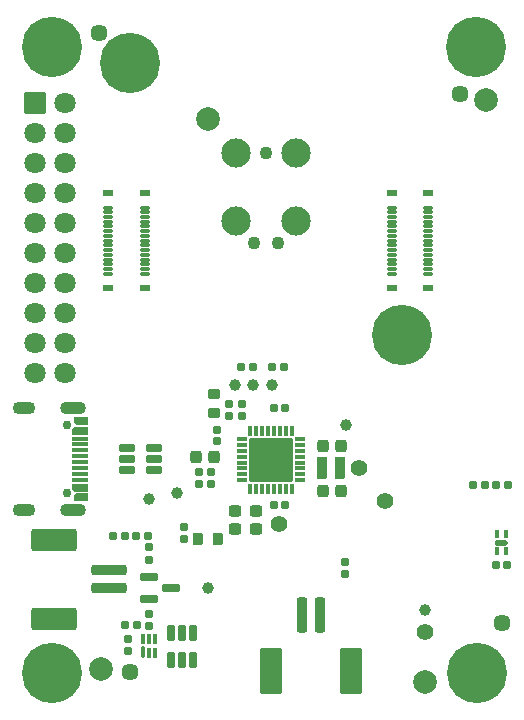
<source format=gbr>
%TF.GenerationSoftware,KiCad,Pcbnew,9.0.4-9.0.4-0~ubuntu24.04.1*%
%TF.CreationDate,2025-09-20T20:46:36+02:00*%
%TF.ProjectId,Sensor_Node_Base,53656e73-6f72-45f4-9e6f-64655f426173,rev?*%
%TF.SameCoordinates,Original*%
%TF.FileFunction,Soldermask,Top*%
%TF.FilePolarity,Negative*%
%FSLAX46Y46*%
G04 Gerber Fmt 4.6, Leading zero omitted, Abs format (unit mm)*
G04 Created by KiCad (PCBNEW 9.0.4-9.0.4-0~ubuntu24.04.1) date 2025-09-20 20:46:36*
%MOMM*%
%LPD*%
G01*
G04 APERTURE LIST*
G04 Aperture macros list*
%AMRoundRect*
0 Rectangle with rounded corners*
0 $1 Rounding radius*
0 $2 $3 $4 $5 $6 $7 $8 $9 X,Y pos of 4 corners*
0 Add a 4 corners polygon primitive as box body*
4,1,4,$2,$3,$4,$5,$6,$7,$8,$9,$2,$3,0*
0 Add four circle primitives for the rounded corners*
1,1,$1+$1,$2,$3*
1,1,$1+$1,$4,$5*
1,1,$1+$1,$6,$7*
1,1,$1+$1,$8,$9*
0 Add four rect primitives between the rounded corners*
20,1,$1+$1,$2,$3,$4,$5,0*
20,1,$1+$1,$4,$5,$6,$7,0*
20,1,$1+$1,$6,$7,$8,$9,0*
20,1,$1+$1,$8,$9,$2,$3,0*%
%AMFreePoly0*
4,1,14,0.335355,0.610355,0.350000,0.575000,0.350000,-0.365000,0.335355,-0.400355,0.125355,-0.610355,0.090000,-0.625000,-0.300000,-0.625000,-0.335355,-0.610355,-0.350000,-0.575000,-0.350000,0.575000,-0.335355,0.610355,-0.300000,0.625000,0.300000,0.625000,0.335355,0.610355,0.335355,0.610355,$1*%
%AMFreePoly1*
4,1,14,0.335355,0.655355,0.350000,0.620000,0.350000,-0.620000,0.335355,-0.655355,0.300000,-0.670000,-0.090000,-0.670000,-0.125355,-0.655355,-0.335355,-0.445355,-0.350000,-0.410000,-0.350000,0.620000,-0.335355,0.655355,-0.300000,0.670000,0.300000,0.670000,0.335355,0.655355,0.335355,0.655355,$1*%
%AMFreePoly2*
4,1,14,0.335355,0.655355,0.350000,0.620000,0.350000,-0.410000,0.335355,-0.445355,0.125355,-0.655355,0.090000,-0.670000,-0.300000,-0.670000,-0.335355,-0.655355,-0.350000,-0.620000,-0.350000,0.620000,-0.335355,0.655355,-0.300000,0.670000,0.300000,0.670000,0.335355,0.655355,0.335355,0.655355,$1*%
%AMFreePoly3*
4,1,14,0.335355,0.610355,0.350000,0.575000,0.350000,-0.575000,0.335355,-0.610355,0.300000,-0.625000,-0.090000,-0.625000,-0.125355,-0.610355,-0.335355,-0.400355,-0.350000,-0.365000,-0.350000,0.575000,-0.335355,0.610355,-0.300000,0.625000,0.300000,0.625000,0.335355,0.610355,0.335355,0.610355,$1*%
G04 Aperture macros list end*
%ADD10RoundRect,0.050000X-0.850000X-0.850000X0.850000X-0.850000X0.850000X0.850000X-0.850000X0.850000X0*%
%ADD11C,1.800000*%
%ADD12RoundRect,0.225000X-0.225000X-1.275000X0.225000X-1.275000X0.225000X1.275000X-0.225000X1.275000X0*%
%ADD13RoundRect,0.263889X-0.686111X-1.686111X0.686111X-1.686111X0.686111X1.686111X-0.686111X1.686111X0*%
%ADD14RoundRect,0.160000X0.160000X0.210000X-0.160000X0.210000X-0.160000X-0.210000X0.160000X-0.210000X0*%
%ADD15C,1.000000*%
%ADD16RoundRect,0.160000X-0.210000X0.160000X-0.210000X-0.160000X0.210000X-0.160000X0.210000X0.160000X0*%
%ADD17RoundRect,0.250000X0.250000X0.275000X-0.250000X0.275000X-0.250000X-0.275000X0.250000X-0.275000X0*%
%ADD18RoundRect,0.175000X0.537500X0.175000X-0.537500X0.175000X-0.537500X-0.175000X0.537500X-0.175000X0*%
%ADD19RoundRect,0.160000X-0.160000X-0.210000X0.160000X-0.210000X0.160000X0.210000X-0.160000X0.210000X0*%
%ADD20C,2.474900*%
%ADD21C,1.090600*%
%ADD22RoundRect,0.050000X0.350000X0.100000X-0.350000X0.100000X-0.350000X-0.100000X0.350000X-0.100000X0*%
%ADD23C,0.900000*%
%ADD24C,5.100000*%
%ADD25RoundRect,0.050000X-0.350000X-0.100000X0.350000X-0.100000X0.350000X0.100000X-0.350000X0.100000X0*%
%ADD26RoundRect,0.102000X0.330000X-0.175000X0.330000X0.175000X-0.330000X0.175000X-0.330000X-0.175000X0*%
%ADD27RoundRect,0.102000X0.350000X-0.175000X0.350000X0.175000X-0.350000X0.175000X-0.350000X-0.175000X0*%
%ADD28RoundRect,0.165000X0.195000X-0.165000X0.195000X0.165000X-0.195000X0.165000X-0.195000X-0.165000X0*%
%ADD29RoundRect,0.160000X0.210000X-0.160000X0.210000X0.160000X-0.210000X0.160000X-0.210000X-0.160000X0*%
%ADD30RoundRect,0.250000X-0.250000X-0.275000X0.250000X-0.275000X0.250000X0.275000X-0.250000X0.275000X0*%
%ADD31RoundRect,0.087500X0.362500X0.087500X-0.362500X0.087500X-0.362500X-0.087500X0.362500X-0.087500X0*%
%ADD32RoundRect,0.087500X0.087500X0.362500X-0.087500X0.362500X-0.087500X-0.362500X0.087500X-0.362500X0*%
%ADD33RoundRect,0.050000X1.800000X1.800000X-1.800000X1.800000X-1.800000X-1.800000X1.800000X-1.800000X0*%
%ADD34RoundRect,0.165000X-0.165000X-0.195000X0.165000X-0.195000X0.165000X0.195000X-0.165000X0.195000X0*%
%ADD35C,2.000000*%
%ADD36RoundRect,0.225000X-1.275000X0.225000X-1.275000X-0.225000X1.275000X-0.225000X1.275000X0.225000X0*%
%ADD37RoundRect,0.263889X-1.686111X0.686111X-1.686111X-0.686111X1.686111X-0.686111X1.686111X0.686111X0*%
%ADD38RoundRect,0.243750X-0.281250X0.243750X-0.281250X-0.243750X0.281250X-0.243750X0.281250X0.243750X0*%
%ADD39RoundRect,0.165000X0.165000X0.195000X-0.165000X0.195000X-0.165000X-0.195000X0.165000X-0.195000X0*%
%ADD40C,1.448000*%
%ADD41RoundRect,0.225000X-0.225000X0.725000X-0.225000X-0.725000X0.225000X-0.725000X0.225000X0.725000X0*%
%ADD42C,0.750000*%
%ADD43FreePoly0,270.000000*%
%ADD44FreePoly1,270.000000*%
%ADD45RoundRect,0.050000X-0.620000X0.150000X-0.620000X-0.150000X0.620000X-0.150000X0.620000X0.150000X0*%
%ADD46FreePoly2,270.000000*%
%ADD47FreePoly3,270.000000*%
%ADD48O,2.200000X1.100000*%
%ADD49O,1.900000X1.100000*%
%ADD50C,1.400000*%
%ADD51RoundRect,0.225000X0.225000X0.300000X-0.225000X0.300000X-0.225000X-0.300000X0.225000X-0.300000X0*%
%ADD52RoundRect,0.095000X-0.095000X-0.380000X0.095000X-0.380000X0.095000X0.380000X-0.095000X0.380000X0*%
%ADD53RoundRect,0.095000X-0.095000X-0.330000X0.095000X-0.330000X0.095000X0.330000X-0.095000X0.330000X0*%
%ADD54RoundRect,0.175000X-0.612500X-0.175000X0.612500X-0.175000X0.612500X0.175000X-0.612500X0.175000X0*%
%ADD55RoundRect,0.050000X-0.150000X0.250000X-0.150000X-0.250000X0.150000X-0.250000X0.150000X0.250000X0*%
%ADD56C,0.500000*%
%ADD57RoundRect,0.125000X0.425000X0.125000X-0.425000X0.125000X-0.425000X-0.125000X0.425000X-0.125000X0*%
%ADD58RoundRect,0.225000X0.300000X-0.225000X0.300000X0.225000X-0.300000X0.225000X-0.300000X-0.225000X0*%
%ADD59RoundRect,0.175000X-0.175000X0.537500X-0.175000X-0.537500X0.175000X-0.537500X0.175000X0.537500X0*%
G04 APERTURE END LIST*
D10*
%TO.C,J201*%
X123700000Y-86610000D03*
D11*
X126240000Y-86610000D03*
X123700000Y-89150000D03*
X126240000Y-89150000D03*
X123700000Y-91690000D03*
X126240000Y-91690000D03*
X123700000Y-94230000D03*
X126240000Y-94230000D03*
X123700000Y-96770000D03*
X126240000Y-96770000D03*
X123700000Y-99310000D03*
X126240000Y-99310000D03*
X123700000Y-101850000D03*
X126240000Y-101850000D03*
X123700000Y-104390000D03*
X126240000Y-104390000D03*
X123700000Y-106930000D03*
X126240000Y-106930000D03*
X123700000Y-109470000D03*
X126240000Y-109470000D03*
%TD*%
D12*
%TO.C,CON102*%
X146330000Y-129980000D03*
X147830000Y-129980000D03*
D13*
X143730000Y-134680000D03*
X150430000Y-134680000D03*
%TD*%
D14*
%TO.C,R207*%
X163720000Y-119000000D03*
X162700000Y-119000000D03*
%TD*%
D15*
%TO.C,TP302*%
X133340000Y-120120000D03*
%TD*%
D16*
%TO.C,R301*%
X133330000Y-124250000D03*
X133330000Y-125270000D03*
%TD*%
D17*
%TO.C,C306*%
X138880000Y-116560000D03*
X137330000Y-116560000D03*
%TD*%
D16*
%TO.C,R302*%
X131590000Y-132020000D03*
X131590000Y-133040000D03*
%TD*%
D14*
%TO.C,R210*%
X133310000Y-123260000D03*
X132290000Y-123260000D03*
%TD*%
D18*
%TO.C,D101*%
X133787500Y-117712500D03*
X133787500Y-116762500D03*
X133787500Y-115812500D03*
X131512500Y-115812500D03*
X131512500Y-116762500D03*
X131512500Y-117712500D03*
%TD*%
D19*
%TO.C,R208*%
X141140000Y-109000000D03*
X142160000Y-109000000D03*
%TD*%
D20*
%TO.C,M201*%
X140720000Y-90880000D03*
X140720000Y-96595000D03*
D21*
X142245000Y-98500000D03*
X143260000Y-90880000D03*
X144275000Y-98500000D03*
D20*
X145800000Y-90880000D03*
X145800000Y-96595000D03*
D22*
X133000000Y-95470000D03*
D23*
X129885000Y-83270000D03*
D22*
X129920000Y-95470000D03*
D23*
X130434175Y-81944175D03*
X130434175Y-84595825D03*
X131760000Y-81395000D03*
D24*
X131760000Y-83270000D03*
D23*
X131760000Y-85145000D03*
X133085825Y-81944175D03*
X133085825Y-84595825D03*
X133635000Y-83270000D03*
X152885000Y-106270000D03*
X153434175Y-104944175D03*
X153434175Y-107595825D03*
X154760000Y-104395000D03*
D24*
X154760000Y-106270000D03*
D23*
X154760000Y-108145000D03*
X156085825Y-104944175D03*
X156085825Y-107595825D03*
X156635000Y-106270000D03*
D22*
X133000000Y-95870000D03*
X129920000Y-95870000D03*
X133000000Y-96270000D03*
X129920000Y-96270000D03*
X133000000Y-96670000D03*
X129920000Y-96670000D03*
X133000000Y-97070000D03*
X129920000Y-97070000D03*
X133000000Y-97470000D03*
X129920000Y-97470000D03*
X133000000Y-97870000D03*
X129920000Y-97870000D03*
X133000000Y-98270000D03*
X129920000Y-98270000D03*
X133000000Y-98670000D03*
X129920000Y-98670000D03*
X133000000Y-99070000D03*
X129920000Y-99070000D03*
X133000000Y-99470000D03*
X129920000Y-99470000D03*
X133000000Y-99870000D03*
X129920000Y-99870000D03*
X133000000Y-100270000D03*
X129920000Y-100270000D03*
X133000000Y-100670000D03*
X129920000Y-100670000D03*
X133000000Y-101070000D03*
X129920000Y-101070000D03*
D25*
X157000000Y-95470000D03*
X153920000Y-95470000D03*
X157000000Y-95870000D03*
X153920000Y-95870000D03*
X157000000Y-96270000D03*
X153920000Y-96270000D03*
X157000000Y-96670000D03*
X153920000Y-96670000D03*
X157000000Y-97070000D03*
X153920000Y-97070000D03*
X157000000Y-97470000D03*
X153920000Y-97470000D03*
X157000000Y-97870000D03*
X153920000Y-97870000D03*
X157000000Y-98270000D03*
X153920000Y-98270000D03*
X157000000Y-98670000D03*
X153920000Y-98670000D03*
X157000000Y-99070000D03*
X153920000Y-99070000D03*
X157000000Y-99470000D03*
X153920000Y-99470000D03*
X157000000Y-99870000D03*
X153920000Y-99870000D03*
X157000000Y-100270000D03*
X153920000Y-100270000D03*
X157000000Y-100670000D03*
X153920000Y-100670000D03*
X157000000Y-101070000D03*
X153920000Y-101070000D03*
D26*
X129920000Y-94270000D03*
X129920000Y-102270000D03*
D27*
X133000000Y-94270000D03*
D26*
X133000000Y-102270000D03*
X153920000Y-94270000D03*
X153920000Y-102270000D03*
D27*
X157000000Y-94270000D03*
D26*
X157000000Y-102270000D03*
%TD*%
D15*
%TO.C,TP305*%
X140630000Y-110480000D03*
%TD*%
D28*
%TO.C,C303*%
X139130000Y-115240000D03*
X139130000Y-114280000D03*
%TD*%
D29*
%TO.C,R205*%
X149990000Y-126530000D03*
X149990000Y-125510000D03*
%TD*%
%TO.C,R305*%
X141200000Y-113130000D03*
X141200000Y-112110000D03*
%TD*%
%TO.C,R304*%
X140150000Y-113130000D03*
X140150000Y-112110000D03*
%TD*%
D30*
%TO.C,C305*%
X148080000Y-119460000D03*
X149630000Y-119460000D03*
%TD*%
D29*
%TO.C,R202*%
X136285000Y-123550000D03*
X136285000Y-122530000D03*
%TD*%
D31*
%TO.C,IC302*%
X146130000Y-118560000D03*
X146130000Y-118060000D03*
X146130000Y-117560000D03*
X146130000Y-117060000D03*
X146130000Y-116560000D03*
X146130000Y-116060000D03*
X146130000Y-115560000D03*
X146130000Y-115060000D03*
D32*
X145430000Y-114360000D03*
X144930000Y-114360000D03*
X144430000Y-114360000D03*
X143930000Y-114360000D03*
X143430000Y-114360000D03*
X142930000Y-114360000D03*
X142430000Y-114360000D03*
X141930000Y-114360000D03*
D31*
X141230000Y-115060000D03*
X141230000Y-115560000D03*
X141230000Y-116060000D03*
X141230000Y-116560000D03*
X141230000Y-117060000D03*
X141230000Y-117560000D03*
X141230000Y-118060000D03*
X141230000Y-118560000D03*
D32*
X141930000Y-119260000D03*
X142430000Y-119260000D03*
X142930000Y-119260000D03*
X143430000Y-119260000D03*
X143930000Y-119260000D03*
X144430000Y-119260000D03*
X144930000Y-119260000D03*
X145430000Y-119260000D03*
D33*
X143680000Y-116810000D03*
%TD*%
D34*
%TO.C,C304*%
X143930000Y-112420000D03*
X144890000Y-112420000D03*
%TD*%
D14*
%TO.C,R206*%
X144760000Y-108980000D03*
X143740000Y-108980000D03*
%TD*%
D35*
%TO.C,FID104*%
X129320000Y-134570000D03*
%TD*%
D36*
%TO.C,CON103*%
X129990000Y-126200000D03*
X129990000Y-127700000D03*
D37*
X125290000Y-123600000D03*
X125290000Y-130300000D03*
%TD*%
D38*
%TO.C,D301*%
X142430000Y-121135000D03*
X142430000Y-122710000D03*
%TD*%
D28*
%TO.C,C301*%
X133340000Y-130880000D03*
X133340000Y-129920000D03*
%TD*%
D39*
%TO.C,C309*%
X138570000Y-118860000D03*
X137610000Y-118860000D03*
%TD*%
%TO.C,C302*%
X138570000Y-117860000D03*
X137610000Y-117860000D03*
%TD*%
D34*
%TO.C,C221*%
X162720000Y-125750000D03*
X163680000Y-125750000D03*
%TD*%
D23*
%TO.C,MH103*%
X159155000Y-81855825D03*
X159704175Y-80530000D03*
X159704175Y-83181650D03*
X161030000Y-79980825D03*
D24*
X161030000Y-81855825D03*
D23*
X161030000Y-83730825D03*
X162355825Y-80530000D03*
X162355825Y-83181650D03*
X162905000Y-81855825D03*
%TD*%
D15*
%TO.C,TP204*%
X143770000Y-110480000D03*
%TD*%
D23*
%TO.C,MH101*%
X123245000Y-81865825D03*
X123794175Y-80540000D03*
X123794175Y-83191650D03*
X125120000Y-79990825D03*
D24*
X125120000Y-81865825D03*
D23*
X125120000Y-83740825D03*
X126445825Y-80540000D03*
X126445825Y-83191650D03*
X126995000Y-81865825D03*
%TD*%
D40*
%TO.C,PCB102*%
X163250000Y-130630000D03*
%TD*%
D41*
%TO.C,L301*%
X149505000Y-117560000D03*
X148005000Y-117560000D03*
%TD*%
D15*
%TO.C,TP304*%
X150080000Y-113910000D03*
%TD*%
D38*
%TO.C,D302*%
X140660000Y-121135000D03*
X140660000Y-122710000D03*
%TD*%
D40*
%TO.C,PCB101*%
X129130000Y-80680000D03*
%TD*%
D15*
%TO.C,TP310*%
X135750000Y-119660000D03*
%TD*%
%TO.C,TP301*%
X138385000Y-127700500D03*
%TD*%
D42*
%TO.C,CON101*%
X126430000Y-113890000D03*
X126430000Y-119670000D03*
D43*
X127600000Y-113580000D03*
D44*
X127550000Y-114380000D03*
D45*
X127550000Y-115530000D03*
X127550000Y-116530000D03*
X127550000Y-117030000D03*
X127550000Y-118030000D03*
D46*
X127550000Y-119180000D03*
D47*
X127600000Y-119980000D03*
X127600000Y-119980000D03*
D46*
X127550000Y-119180000D03*
D45*
X127550000Y-118530000D03*
X127550000Y-117530000D03*
X127550000Y-116030000D03*
X127550000Y-115030000D03*
D44*
X127550000Y-114380000D03*
D43*
X127600000Y-113580000D03*
D48*
X126950000Y-112460000D03*
D49*
X122750000Y-112460000D03*
D48*
X126950000Y-121100000D03*
D49*
X122750000Y-121100000D03*
%TD*%
D19*
%TO.C,R204*%
X160750000Y-119000000D03*
X161770000Y-119000000D03*
%TD*%
D15*
%TO.C,TP306*%
X156760000Y-129560000D03*
%TD*%
D14*
%TO.C,R211*%
X131350000Y-123270000D03*
X130330000Y-123270000D03*
%TD*%
D50*
%TO.C,TP309*%
X144390000Y-122230000D03*
%TD*%
D51*
%TO.C,R201*%
X139175000Y-123550000D03*
X137525000Y-123550000D03*
%TD*%
D50*
%TO.C,TP308*%
X151130000Y-117560000D03*
%TD*%
D52*
%TO.C,IC301*%
X132840000Y-133125000D03*
D53*
X133340000Y-133175000D03*
X133840000Y-133175000D03*
X133840000Y-132025000D03*
X133340000Y-132025000D03*
X132840000Y-132025000D03*
%TD*%
D35*
%TO.C,FID103*%
X156710000Y-135660000D03*
%TD*%
D23*
%TO.C,MH102*%
X159245000Y-134855825D03*
X159794175Y-133530000D03*
X159794175Y-136181650D03*
X161120000Y-132980825D03*
D24*
X161120000Y-134855825D03*
D23*
X161120000Y-136730825D03*
X162445825Y-133530000D03*
X162445825Y-136181650D03*
X162995000Y-134855825D03*
%TD*%
D15*
%TO.C,TP205*%
X142190000Y-110480000D03*
%TD*%
D54*
%TO.C,T301*%
X133335000Y-126738000D03*
X133335000Y-128638000D03*
X135210000Y-127688000D03*
%TD*%
D55*
%TO.C,IC202*%
X163600000Y-123150000D03*
X162800000Y-123150000D03*
X162800000Y-124550000D03*
X163600000Y-124550000D03*
D56*
X163500000Y-123850000D03*
D57*
X163200000Y-123850000D03*
D56*
X162900000Y-123850000D03*
%TD*%
D50*
%TO.C,TP303*%
X156710000Y-131380000D03*
%TD*%
D30*
%TO.C,C308*%
X148080000Y-115660000D03*
X149630000Y-115660000D03*
%TD*%
D35*
%TO.C,FID101*%
X138330000Y-87960000D03*
%TD*%
D50*
%TO.C,TP307*%
X153350000Y-120350000D03*
%TD*%
D34*
%TO.C,C307*%
X143930000Y-120660000D03*
X144890000Y-120660000D03*
%TD*%
D35*
%TO.C,FID102*%
X161930000Y-86380000D03*
%TD*%
D40*
%TO.C,PCB103*%
X159650000Y-85830000D03*
%TD*%
D58*
%TO.C,R306*%
X138850000Y-112895000D03*
X138850000Y-111245000D03*
%TD*%
D59*
%TO.C,T302*%
X137090000Y-131475000D03*
X136140000Y-131475000D03*
X135190000Y-131475000D03*
X135190000Y-133750000D03*
X136140000Y-133750000D03*
X137090000Y-133750000D03*
%TD*%
D40*
%TO.C,PCB104*%
X131720000Y-134830000D03*
%TD*%
D23*
%TO.C,MH104*%
X123245000Y-134855825D03*
X123794175Y-133530000D03*
X123794175Y-136181650D03*
X125120000Y-132980825D03*
D24*
X125120000Y-134855825D03*
D23*
X125120000Y-136730825D03*
X126445825Y-133530000D03*
X126445825Y-136181650D03*
X126995000Y-134855825D03*
%TD*%
D19*
%TO.C,R303*%
X131330000Y-130850000D03*
X132350000Y-130850000D03*
%TD*%
M02*

</source>
